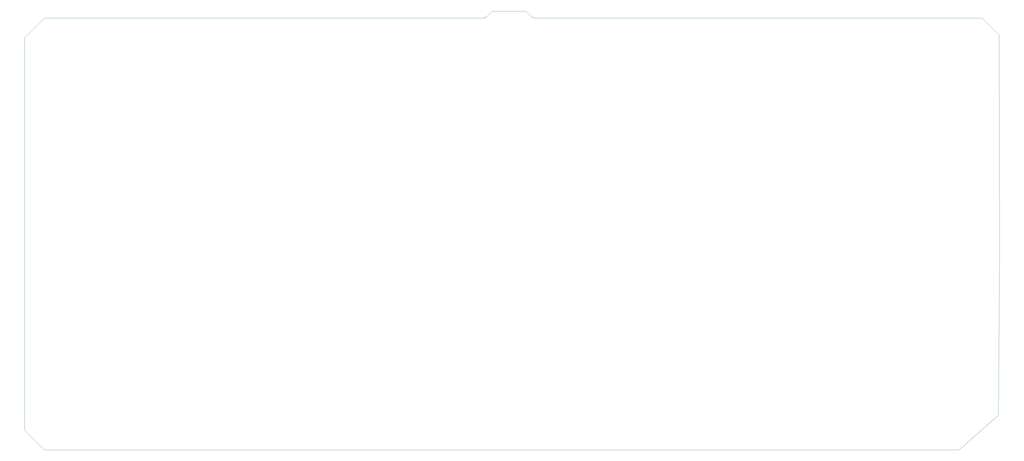
<source format=gbr>
%TF.GenerationSoftware,KiCad,Pcbnew,(7.0.0)*%
%TF.CreationDate,2023-06-16T05:12:17-04:00*%
%TF.ProjectId,ICOF1,49434f46-312e-46b6-9963-61645f706362,rev?*%
%TF.SameCoordinates,Original*%
%TF.FileFunction,Profile,NP*%
%FSLAX46Y46*%
G04 Gerber Fmt 4.6, Leading zero omitted, Abs format (unit mm)*
G04 Created by KiCad (PCBNEW (7.0.0)) date 2023-06-16 05:12:17*
%MOMM*%
%LPD*%
G01*
G04 APERTURE LIST*
%TA.AperFunction,Profile*%
%ADD10C,0.050000*%
%TD*%
%TA.AperFunction,Profile*%
%ADD11C,0.100000*%
%TD*%
G04 APERTURE END LIST*
D10*
X216980000Y-23100000D02*
X217080000Y-23150000D01*
D11*
X385280000Y-167200000D02*
X371230000Y-179603600D01*
D10*
X45531100Y-179603600D02*
X38531100Y-172603600D01*
D11*
X385680000Y-109450000D02*
X385280000Y-167200000D01*
D10*
X45531100Y-25603600D02*
X202031100Y-25603600D01*
X38531100Y-32603600D02*
X45531100Y-25603600D01*
X220031100Y-25603600D02*
X379531100Y-25603600D01*
X217080000Y-23150000D02*
X217180000Y-23250000D01*
X38531100Y-172603600D02*
X38531100Y-32603600D01*
X379531100Y-25603600D02*
X385531100Y-31603600D01*
X205080000Y-23100000D02*
X216980000Y-23100000D01*
X217180000Y-23250000D02*
X218780000Y-24850000D01*
X218780000Y-24850000D02*
X219030000Y-25100000D01*
X371230000Y-179603600D02*
X45531100Y-179603600D01*
X202031100Y-25603600D02*
X203030000Y-25100000D01*
X219030000Y-25100000D02*
X220031100Y-25603600D01*
X203030000Y-25100000D02*
X205030000Y-23150000D01*
X385531100Y-31603600D02*
X385680000Y-109450000D01*
X205030000Y-23150000D02*
X205080000Y-23100000D01*
M02*

</source>
